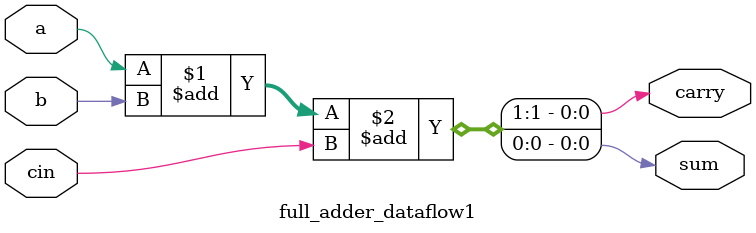
<source format=v>
`timescale 10ns/10ps

module full_adder_dataflow1 (a,b,cin,sum,carry); 

input a,b,cin; 

output sum, carry; 

assign {carry,sum} = a + b + cin; 

endmodule

</source>
